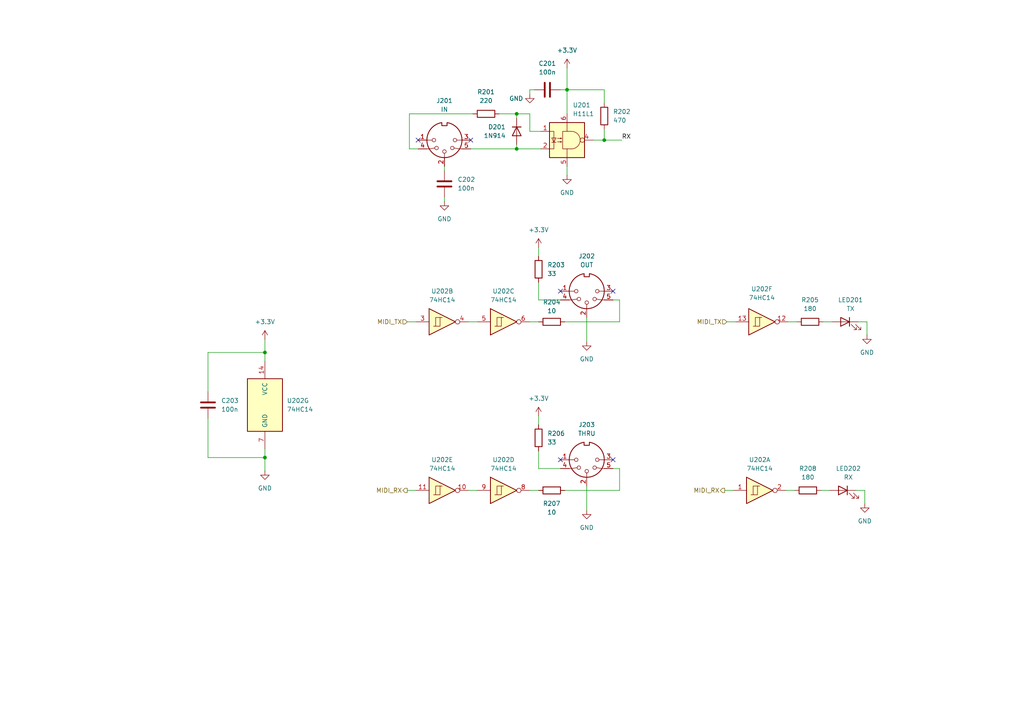
<source format=kicad_sch>
(kicad_sch (version 20211123) (generator eeschema)
  (paper "A4")
  (lib_symbols
    (symbol "74xx:74HC14" (pin_names (offset 1.016))
      (property "Reference" "U" (at 0 1.27 0))
      (property "Value" "74HC14" (at 0 -1.27 0))
      (symbol "74HC14_1_0"
        (polyline (pts (xy -3.81 3.81) (xy -3.81 -3.81) (xy 3.81 0) (xy -3.81 3.81)) (stroke (width 0.254)) (fill (type background)))
        (pin input line (at -7.62 0 0) (length 3.81) (name "~") (number "1"))
        (pin output inverted (at 7.62 0 180) (length 3.81) (name "~") (number "2"))
      )
      (symbol "74HC14_1_1"
        (polyline (pts (xy -1.905 -1.27) (xy -1.905 1.27) (xy -0.635 1.27)))
        (polyline (pts (xy -2.54 -1.27) (xy -0.635 -1.27) (xy -0.635 1.27) (xy 0 1.27)))
      )
      (symbol "74HC14_2_0"
        (polyline (pts (xy -3.81 3.81) (xy -3.81 -3.81) (xy 3.81 0) (xy -3.81 3.81)) (stroke (width 0.254)) (fill (type background)))
        (pin input line (at -7.62 0 0) (length 3.81) (name "~") (number "3"))
        (pin output inverted (at 7.62 0 180) (length 3.81) (name "~") (number "4"))
      )
      (symbol "74HC14_2_1"
        (polyline (pts (xy -1.905 -1.27) (xy -1.905 1.27) (xy -0.635 1.27)))
        (polyline (pts (xy -2.54 -1.27) (xy -0.635 -1.27) (xy -0.635 1.27) (xy 0 1.27)))
      )
      (symbol "74HC14_3_0"
        (polyline (pts (xy -3.81 3.81) (xy -3.81 -3.81) (xy 3.81 0) (xy -3.81 3.81)) (stroke (width 0.254)) (fill (type background)))
        (pin input line (at -7.62 0 0) (length 3.81) (name "~") (number "5"))
        (pin output inverted (at 7.62 0 180) (length 3.81) (name "~") (number "6"))
      )
      (symbol "74HC14_3_1"
        (polyline (pts (xy -1.905 -1.27) (xy -1.905 1.27) (xy -0.635 1.27)))
        (polyline (pts (xy -2.54 -1.27) (xy -0.635 -1.27) (xy -0.635 1.27) (xy 0 1.27)))
      )
      (symbol "74HC14_4_0"
        (polyline (pts (xy -3.81 3.81) (xy -3.81 -3.81) (xy 3.81 0) (xy -3.81 3.81)) (stroke (width 0.254)) (fill (type background)))
        (pin output inverted (at 7.62 0 180) (length 3.81) (name "~") (number "8"))
        (pin input line (at -7.62 0 0) (length 3.81) (name "~") (number "9"))
      )
      (symbol "74HC14_4_1"
        (polyline (pts (xy -1.905 -1.27) (xy -1.905 1.27) (xy -0.635 1.27)))
        (polyline (pts (xy -2.54 -1.27) (xy -0.635 -1.27) (xy -0.635 1.27) (xy 0 1.27)))
      )
      (symbol "74HC14_5_0"
        (polyline (pts (xy -3.81 3.81) (xy -3.81 -3.81) (xy 3.81 0) (xy -3.81 3.81)) (stroke (width 0.254)) (fill (type background)))
        (pin output inverted (at 7.62 0 180) (length 3.81) (name "~") (number "10"))
        (pin input line (at -7.62 0 0) (length 3.81) (name "~") (number "11"))
      )
      (symbol "74HC14_5_1"
        (polyline (pts (xy -1.905 -1.27) (xy -1.905 1.27) (xy -0.635 1.27)))
        (polyline (pts (xy -2.54 -1.27) (xy -0.635 -1.27) (xy -0.635 1.27) (xy 0 1.27)))
      )
      (symbol "74HC14_6_0"
        (polyline (pts (xy -3.81 3.81) (xy -3.81 -3.81) (xy 3.81 0) (xy -3.81 3.81)) (stroke (width 0.254)) (fill (type background)))
        (pin output inverted (at 7.62 0 180) (length 3.81) (name "~") (number "12"))
        (pin input line (at -7.62 0 0) (length 3.81) (name "~") (number "13"))
      )
      (symbol "74HC14_6_1"
        (polyline (pts (xy -1.905 -1.27) (xy -1.905 1.27) (xy -0.635 1.27)))
        (polyline (pts (xy -2.54 -1.27) (xy -0.635 -1.27) (xy -0.635 1.27) (xy 0 1.27)))
      )
      (symbol "74HC14_7_0"
        (pin power_in line (at 0 12.7 270) (length 5.08) (name "VCC") (number "14"))
        (pin power_in line (at 0 -12.7 90) (length 5.08) (name "GND") (number "7"))
      )
      (symbol "74HC14_7_1"
        (rectangle (start -5.08 7.62) (end 5.08 -7.62) (stroke (width 0.254)) (fill (type background)))
      )
    )
    (symbol "Connector:DIN-5_180degree" (pin_names (offset 1.016))
      (property "Reference" "J" (at 3.175 5.715 0))
      (property "Value" "DIN-5_180degree" (at 0 -6.35 0))
      (symbol "DIN-5_180degree_0_1"
        (arc (start -5.08 0) (mid -3.8609 -3.3364) (end -0.762 -5.08) (stroke (width 0.254)))
        (circle (center -3.048 0) (radius 0.508))
        (circle (center -2.286 2.286) (radius 0.508))
        (polyline (pts (xy -5.08 0) (xy -3.556 0)))
        (polyline (pts (xy 0 5.08) (xy 0 3.81)))
        (polyline (pts (xy 5.08 0) (xy 3.556 0)))
        (polyline (pts (xy -5.08 2.54) (xy -4.318 2.54) (xy -2.794 2.286)))
        (polyline (pts (xy 5.08 2.54) (xy 4.318 2.54) (xy 2.794 2.286)))
        (polyline (pts (xy -0.762 -4.953) (xy -0.762 -4.191) (xy 0.762 -4.191) (xy 0.762 -4.953)) (stroke (width 0.254)))
        (circle (center 0 3.302) (radius 0.508))
        (arc (start 0.762 -5.08) (mid 3.8685 -3.343) (end 5.08 0) (stroke (width 0.254)))
        (circle (center 2.286 2.286) (radius 0.508))
        (circle (center 3.048 0) (radius 0.508))
        (arc (start 5.08 0) (mid 0 5.08) (end -5.08 0) (stroke (width 0.254)))
      )
      (symbol "DIN-5_180degree_1_1"
        (pin passive line (at -7.62 0 0) (length 2.54) (name "~") (number "1"))
        (pin passive line (at 0 7.62 270) (length 2.54) (name "~") (number "2"))
        (pin passive line (at 7.62 0 180) (length 2.54) (name "~") (number "3"))
        (pin passive line (at -7.62 2.54 0) (length 2.54) (name "~") (number "4"))
        (pin passive line (at 7.62 2.54 180) (length 2.54) (name "~") (number "5"))
      )
    )
    (symbol "Device:C" (pin_numbers hide) (pin_names (offset 0.254))
      (property "Reference" "C" (at 0.635 2.54 0))
      (property "Value" "C" (at 0.635 -2.54 0))
      (symbol "C_0_1"
        (polyline (pts (xy -2.032 -0.762) (xy 2.032 -0.762)) (stroke (width 0.508)))
        (polyline (pts (xy -2.032 0.762) (xy 2.032 0.762)) (stroke (width 0.508)))
      )
      (symbol "C_1_1"
        (pin passive line (at 0 3.81 270) (length 2.794) (name "~") (number "1"))
        (pin passive line (at 0 -3.81 90) (length 2.794) (name "~") (number "2"))
      )
    )
    (symbol "Device:LED" (pin_numbers hide) (pin_names (offset 1.016) hide)
      (property "Reference" "D" (at 0 2.54 0))
      (property "Value" "LED" (at 0 -2.54 0))
      (symbol "LED_0_1"
        (polyline (pts (xy -1.27 -1.27) (xy -1.27 1.27)) (stroke (width 0.254)))
        (polyline (pts (xy -1.27 0) (xy 1.27 0)))
        (polyline (pts (xy 1.27 -1.27) (xy 1.27 1.27) (xy -1.27 0) (xy 1.27 -1.27)) (stroke (width 0.254)))
        (polyline (pts (xy -3.048 -0.762) (xy -4.572 -2.286) (xy -3.81 -2.286) (xy -4.572 -2.286) (xy -4.572 -1.524)))
        (polyline (pts (xy -1.778 -0.762) (xy -3.302 -2.286) (xy -2.54 -2.286) (xy -3.302 -2.286) (xy -3.302 -1.524)))
      )
      (symbol "LED_1_1"
        (pin passive line (at -3.81 0 0) (length 2.54) (name "K") (number "1"))
        (pin passive line (at 3.81 0 180) (length 2.54) (name "A") (number "2"))
      )
    )
    (symbol "Device:R" (pin_numbers hide) (pin_names (offset 0))
      (property "Reference" "R" (at 2.032 0 90))
      (property "Value" "R" (at 0 0 90))
      (symbol "R_0_1"
        (rectangle (start -1.016 -2.54) (end 1.016 2.54) (stroke (width 0.254)))
      )
      (symbol "R_1_1"
        (pin passive line (at 0 3.81 270) (length 1.27) (name "~") (number "1"))
        (pin passive line (at 0 -3.81 90) (length 1.27) (name "~") (number "2"))
      )
    )
    (symbol "Diode:1N914" (pin_numbers hide) (pin_names (offset 1.016) hide)
      (property "Reference" "D" (at 0 2.54 0))
      (property "Value" "1N914" (at 0 -2.54 0))
      (symbol "1N914_0_1"
        (polyline (pts (xy -1.27 1.27) (xy -1.27 -1.27)) (stroke (width 0.254)))
        (polyline (pts (xy 1.27 0) (xy -1.27 0)))
        (polyline (pts (xy 1.27 1.27) (xy 1.27 -1.27) (xy -1.27 0) (xy 1.27 1.27)) (stroke (width 0.254)))
      )
      (symbol "1N914_1_1"
        (pin passive line (at -3.81 0 0) (length 2.54) (name "K") (number "1"))
        (pin passive line (at 3.81 0 180) (length 2.54) (name "A") (number "2"))
      )
    )
    (symbol "Isolator:H11L1" (pin_names (offset 1.016))
      (property "Reference" "U" (at 1.27 8.89 0))
      (property "Value" "H11L1" (at 1.27 6.35 0))
      (symbol "H11L1_0_1"
        (rectangle (start -5.08 5.08) (end 5.08 -5.08) (stroke (width 0.254)) (fill (type background)))
        (polyline (pts (xy -4.445 -0.635) (xy -3.175 -0.635)))
        (polyline (pts (xy 0 2.54) (xy 0 5.08)))
        (polyline (pts (xy 0 -2.54) (xy 0 -5.08) (xy 0 -3.81)))
        (polyline (pts (xy -5.08 -2.54) (xy -3.81 -2.54) (xy -3.81 2.54) (xy -5.08 2.54)))
        (polyline (pts (xy -3.81 -0.635) (xy -4.445 0.635) (xy -3.175 0.635) (xy -3.81 -0.635)))
        (polyline (pts (xy 1.27 -2.54) (xy -1.27 -2.54) (xy -1.27 2.54) (xy 1.27 2.54)))
        (polyline (pts (xy -2.794 -0.508) (xy -1.524 -0.508) (xy -1.905 -0.635) (xy -1.905 -0.381) (xy -1.524 -0.508)))
        (polyline (pts (xy -2.794 0.508) (xy -1.524 0.508) (xy -1.905 0.381) (xy -1.905 0.635) (xy -1.524 0.508)))
        (arc (start 1.27 -2.54) (mid 3.81 0) (end 1.27 2.54))
      )
      (symbol "H11L1_1_1"
        (pin passive line (at -7.62 2.54 0) (length 2.54) (name "~") (number "1"))
        (pin passive line (at -7.62 -2.54 0) (length 2.54) (name "~") (number "2"))
        (pin no_connect line (at -5.08 0 0) (length 2.54) hide (name "~") (number "3"))
        (pin output inverted (at 7.62 0 180) (length 3.81) (name "~") (number "4"))
        (pin power_in line (at 0 -7.62 90) (length 2.54) (name "~") (number "5"))
        (pin power_in line (at 0 7.62 270) (length 2.54) (name "~") (number "6"))
      )
    )
    (symbol "power:+3.3V" (power) (pin_names (offset 0))
      (property "Value" "+3.3V" (at 0 3.556 0))
      (symbol "+3.3V_0_1"
        (polyline (pts (xy -0.762 1.27) (xy 0 2.54)))
        (polyline (pts (xy 0 0) (xy 0 2.54)))
        (polyline (pts (xy 0 2.54) (xy 0.762 1.27)))
      )
      (symbol "+3.3V_1_1"
        (pin power_in line (at 0 0 90) (length 0) hide (name "+3.3V") (number "1"))
      )
    )
    (symbol "power:GND" (power) (pin_names (offset 0))
      (property "Value" "GND" (at 0 -3.81 0))
      (symbol "GND_0_1"
        (polyline (pts (xy 0 0) (xy 0 -1.27) (xy 1.27 -1.27) (xy 0 -2.54) (xy -1.27 -1.27) (xy 0 -1.27)))
      )
      (symbol "GND_1_1"
        (pin power_in line (at 0 0 270) (length 0) hide (name "GND") (number "1"))
      )
    )
  )
  (junction (at 76.835 132.715))
  (junction (at 149.86 33.02))
  (junction (at 149.86 43.18))
  (junction (at 175.26 40.64))
  (junction (at 76.835 102.235))
  (junction (at 164.465 26.035))
  (no_connect (at 162.56 133.35))
  (no_connect (at 177.8 133.35))
  (no_connect (at 136.525 40.64))
  (no_connect (at 121.285 40.64))
  (no_connect (at 162.56 84.455))
  (no_connect (at 177.8 84.455))
  (wire (pts (xy 163.83 142.24) (xy 179.705 142.24)))
  (wire (pts (xy 179.705 142.24) (xy 179.705 135.89)))
  (wire (pts (xy 60.325 121.285) (xy 60.325 132.715)))
  (wire (pts (xy 76.835 102.235) (xy 76.835 104.775)))
  (wire (pts (xy 179.705 135.89) (xy 177.8 135.89)))
  (wire (pts (xy 212.725 142.24) (xy 210.185 142.24)))
  (wire (pts (xy 118.11 93.345) (xy 120.65 93.345)))
  (wire (pts (xy 156.21 71.755) (xy 156.21 74.295)))
  (wire (pts (xy 76.835 130.175) (xy 76.835 132.715)))
  (wire (pts (xy 135.89 142.24) (xy 138.43 142.24)))
  (wire (pts (xy 248.92 93.345) (xy 251.46 93.345)))
  (wire (pts (xy 153.67 26.035) (xy 154.94 26.035)))
  (wire (pts (xy 162.56 26.035) (xy 164.465 26.035)))
  (wire (pts (xy 164.465 26.035) (xy 164.465 33.02)))
  (wire (pts (xy 241.3 93.345) (xy 238.76 93.345)))
  (wire (pts (xy 76.835 98.425) (xy 76.835 102.235)))
  (wire (pts (xy 163.83 93.345) (xy 179.705 93.345)))
  (wire (pts (xy 230.505 142.24) (xy 227.965 142.24)))
  (wire (pts (xy 60.325 113.665) (xy 60.325 102.235)))
  (wire (pts (xy 156.845 38.1) (xy 153.67 38.1)))
  (wire (pts (xy 179.705 93.345) (xy 179.705 86.995)))
  (wire (pts (xy 248.285 142.24) (xy 250.825 142.24)))
  (wire (pts (xy 136.525 43.18) (xy 149.86 43.18)))
  (wire (pts (xy 118.11 142.24) (xy 120.65 142.24)))
  (wire (pts (xy 213.36 93.345) (xy 210.82 93.345)))
  (wire (pts (xy 175.26 40.64) (xy 172.085 40.64)))
  (wire (pts (xy 156.21 86.995) (xy 162.56 86.995)))
  (wire (pts (xy 60.325 132.715) (xy 76.835 132.715)))
  (wire (pts (xy 149.86 43.18) (xy 156.845 43.18)))
  (wire (pts (xy 156.21 120.65) (xy 156.21 123.19)))
  (wire (pts (xy 153.67 27.305) (xy 153.67 26.035)))
  (wire (pts (xy 153.67 142.24) (xy 156.21 142.24)))
  (wire (pts (xy 156.21 130.81) (xy 156.21 135.89)))
  (wire (pts (xy 251.46 93.345) (xy 251.46 97.155)))
  (wire (pts (xy 156.21 81.915) (xy 156.21 86.995)))
  (wire (pts (xy 231.14 93.345) (xy 228.6 93.345)))
  (wire (pts (xy 118.745 33.02) (xy 118.745 43.18)))
  (wire (pts (xy 170.18 92.075) (xy 170.18 99.06)))
  (wire (pts (xy 76.835 132.715) (xy 76.835 136.525)))
  (wire (pts (xy 175.26 26.035) (xy 164.465 26.035)))
  (wire (pts (xy 175.26 29.845) (xy 175.26 26.035)))
  (wire (pts (xy 60.325 102.235) (xy 76.835 102.235)))
  (wire (pts (xy 175.26 37.465) (xy 175.26 40.64)))
  (wire (pts (xy 149.86 33.02) (xy 144.78 33.02)))
  (wire (pts (xy 118.745 33.02) (xy 137.16 33.02)))
  (wire (pts (xy 128.905 48.26) (xy 128.905 49.53)))
  (wire (pts (xy 128.905 57.15) (xy 128.905 58.42)))
  (wire (pts (xy 238.125 142.24) (xy 240.665 142.24)))
  (wire (pts (xy 156.21 135.89) (xy 162.56 135.89)))
  (wire (pts (xy 153.67 38.1) (xy 153.67 33.02)))
  (wire (pts (xy 153.67 93.345) (xy 156.21 93.345)))
  (wire (pts (xy 164.465 19.685) (xy 164.465 26.035)))
  (wire (pts (xy 179.705 86.995) (xy 177.8 86.995)))
  (wire (pts (xy 149.86 41.91) (xy 149.86 43.18)))
  (wire (pts (xy 164.465 48.26) (xy 164.465 50.8)))
  (wire (pts (xy 135.89 93.345) (xy 138.43 93.345)))
  (wire (pts (xy 149.86 33.02) (xy 149.86 34.29)))
  (wire (pts (xy 149.86 33.02) (xy 153.67 33.02)))
  (wire (pts (xy 175.26 40.64) (xy 180.34 40.64)))
  (wire (pts (xy 250.825 142.24) (xy 250.825 146.05)))
  (wire (pts (xy 170.18 140.97) (xy 170.18 147.955)))
  (wire (pts (xy 118.745 43.18) (xy 121.285 43.18)))
  (label "RX" (at 180.34 40.64 0))
  (hierarchical_label "MIDI_TX" (shape input) (at 118.11 93.345 180))
  (hierarchical_label "MIDI_TX" (shape input) (at 210.82 93.345 180))
  (hierarchical_label "MIDI_RX" (shape output) (at 210.185 142.24 180))
  (hierarchical_label "MIDI_RX" (shape output) (at 118.11 142.24 180))
  (symbol (lib_id "74xx:74HC14") (at 220.345 142.24 0) (unit 1)
    (property "Reference" "U202" (at 220.345 133.35 0))
    (property "Value" "74HC14" (at 220.345 135.89 0))
    (property "Footprint" "Package_DIP:DIP-14_W7.62mm_Socket" (effects hide))
    (property "Datasheet" "http://www.ti.com/lit/gpn/sn74HC14" (effects hide))
  )
  (symbol (lib_id "Device:R") (at 175.26 33.655 0) (mirror y) (unit 1)
    (property "Reference" "R202" (at 177.8 32.3849 0) (effects (justify right)))
    (property "Value" "470" (at 177.8 34.9249 0) (effects (justify right)))
    (property "Footprint" "Resistor_THT:R_Axial_DIN0207_L6.3mm_D2.5mm_P10.16mm_Horizontal" (effects hide))
  )
  (symbol (lib_id "Device:C") (at 158.75 26.035 90) (mirror x) (unit 1)
    (property "Reference" "C201" (at 158.75 18.415 90))
    (property "Value" "100n" (at 158.75 20.955 90))
    (property "Footprint" "Capacitor_THT:C_Disc_D3.8mm_W2.6mm_P2.50mm" (effects hide))
  )
  (symbol (lib_id "74xx:74HC14") (at 128.27 142.24 0) (unit 5)
    (property "Reference" "U202" (at 128.27 133.35 0))
    (property "Value" "74HC14" (at 128.27 135.89 0))
    (property "Footprint" "Package_DIP:DIP-14_W7.62mm_Socket" (effects hide))
    (property "Datasheet" "http://www.ti.com/lit/gpn/sn74HC14" (effects hide))
  )
  (symbol (lib_id "Device:LED") (at 245.11 93.345 0) (mirror y) (unit 1)
    (property "Reference" "LED201" (at 246.6975 86.995 0))
    (property "Value" "TX" (at 246.6975 89.535 0))
    (property "Footprint" "LED_THT:LED_D3.0mm" (effects hide))
  )
  (symbol (lib_id "74xx:74HC14") (at 220.98 93.345 0) (unit 6)
    (property "Reference" "U202" (at 220.98 83.82 0))
    (property "Value" "74HC14" (at 220.98 86.36 0))
    (property "Footprint" "Package_DIP:DIP-14_W7.62mm_Socket" (effects hide))
    (property "Datasheet" "http://www.ti.com/lit/gpn/sn74HC14" (effects hide))
  )
  (symbol (lib_id "74xx:74HC14") (at 146.05 142.24 0) (unit 4)
    (property "Reference" "U202" (at 146.05 133.35 0))
    (property "Value" "74HC14" (at 146.05 135.89 0))
    (property "Footprint" "Package_DIP:DIP-14_W7.62mm_Socket" (effects hide))
    (property "Datasheet" "http://www.ti.com/lit/gpn/sn74HC14" (effects hide))
  )
  (symbol (lib_id "Connector:DIN-5_180degree") (at 170.18 133.35 0) (mirror x) (unit 1)
    (property "Reference" "J203" (at 170.1801 123.19 0))
    (property "Value" "THRU" (at 170.1801 125.73 0))
    (property "Footprint" "Personal:MIDI_DIN5" (effects hide))
    (property "Datasheet" "http://www.mouser.com/ds/2/18/40_c091_abd_e-75918.pdf" (effects hide))
  )
  (symbol (lib_id "Device:LED") (at 244.475 142.24 0) (mirror y) (unit 1)
    (property "Reference" "LED202" (at 246.0625 135.89 0))
    (property "Value" "RX" (at 246.0625 138.43 0))
    (property "Footprint" "LED_THT:LED_D3.0mm" (effects hide))
  )
  (symbol (lib_id "power:GND") (at 251.46 97.155 0) (mirror y) (unit 1)
    (property "Reference" "#PWR0206" (effects hide))
    (property "Value" "GND" (at 251.46 102.235 0))
  )
  (symbol (lib_id "power:GND") (at 170.18 147.955 0) (mirror y) (unit 1)
    (property "Reference" "#PWR0212" (effects hide))
    (property "Value" "GND" (at 170.18 153.035 0))
  )
  (symbol (lib_id "Device:C") (at 60.325 117.475 0) (unit 1)
    (property "Reference" "C203" (at 64.135 116.2049 0) (effects (justify left)))
    (property "Value" "100n" (at 64.135 118.7449 0) (effects (justify left)))
    (property "Footprint" "Capacitor_THT:C_Disc_D3.8mm_W2.6mm_P2.50mm" (effects hide))
  )
  (symbol (lib_id "power:+3.3V") (at 156.21 71.755 0) (mirror y) (unit 1)
    (property "Reference" "#PWR0205" (effects hide))
    (property "Value" "+3.3V" (at 156.21 66.675 0))
  )
  (symbol (lib_id "74xx:74HC14") (at 128.27 93.345 0) (unit 2)
    (property "Reference" "U202" (at 128.27 84.455 0))
    (property "Value" "74HC14" (at 128.27 86.995 0))
    (property "Footprint" "Package_DIP:DIP-14_W7.62mm_Socket" (effects hide))
    (property "Datasheet" "http://www.ti.com/lit/gpn/sn74HC14" (effects hide))
  )
  (symbol (lib_id "power:+3.3V") (at 164.465 19.685 0) (mirror y) (unit 1)
    (property "Reference" "#PWR0201" (effects hide))
    (property "Value" "+3.3V" (at 164.465 14.605 0))
  )
  (symbol (lib_id "Device:C") (at 128.905 53.34 0) (mirror y) (unit 1)
    (property "Reference" "C202" (at 132.715 52.0699 0) (effects (justify right)))
    (property "Value" "100n" (at 132.715 54.6099 0) (effects (justify right)))
    (property "Footprint" "Capacitor_THT:C_Disc_D3.8mm_W2.6mm_P2.50mm" (effects hide))
  )
  (symbol (lib_id "Device:R") (at 160.02 93.345 90) (unit 1)
    (property "Reference" "R204" (at 160.02 87.63 90))
    (property "Value" "10" (at 160.02 90.17 90))
    (property "Footprint" "Resistor_THT:R_Axial_DIN0207_L6.3mm_D2.5mm_P10.16mm_Horizontal" (effects hide))
  )
  (symbol (lib_id "Device:R") (at 234.95 93.345 270) (mirror x) (unit 1)
    (property "Reference" "R205" (at 234.95 86.995 90))
    (property "Value" "180" (at 234.95 89.535 90))
    (property "Footprint" "Resistor_THT:R_Axial_DIN0207_L6.3mm_D2.5mm_P10.16mm_Horizontal" (effects hide))
  )
  (symbol (lib_id "Diode:1N914") (at 149.86 38.1 270) (unit 1)
    (property "Reference" "D201" (at 146.685 36.8299 90) (effects (justify right)))
    (property "Value" "1N914" (at 146.685 39.3699 90) (effects (justify right)))
    (property "Footprint" "Diode_THT:D_DO-35_SOD27_P7.62mm_Horizontal" (effects hide))
    (property "Datasheet" "http://www.vishay.com/docs/85622/1n914.pdf" (effects hide))
  )
  (symbol (lib_id "power:GND") (at 164.465 50.8 0) (mirror y) (unit 1)
    (property "Reference" "#PWR0203" (effects hide))
    (property "Value" "GND" (at 164.465 55.88 0))
  )
  (symbol (lib_id "74xx:74HC14") (at 76.835 117.475 0) (unit 7)
    (property "Reference" "U202" (at 83.185 116.2049 0) (effects (justify left)))
    (property "Value" "74HC14" (at 83.185 118.7449 0) (effects (justify left)))
    (property "Footprint" "Package_DIP:DIP-14_W7.62mm_Socket" (effects hide))
    (property "Datasheet" "http://www.ti.com/lit/gpn/sn74HC14" (effects hide))
  )
  (symbol (lib_id "power:GND") (at 76.835 136.525 0) (unit 1)
    (property "Reference" "#PWR0210" (effects hide))
    (property "Value" "GND" (at 76.835 141.605 0))
  )
  (symbol (lib_id "Device:R") (at 140.97 33.02 270) (mirror x) (unit 1)
    (property "Reference" "R201" (at 140.97 26.67 90))
    (property "Value" "220" (at 140.97 29.21 90))
    (property "Footprint" "Resistor_THT:R_Axial_DIN0207_L6.3mm_D2.5mm_P10.16mm_Horizontal" (effects hide))
  )
  (symbol (lib_id "power:+3.3V") (at 76.835 98.425 0) (unit 1)
    (property "Reference" "#PWR0207" (effects hide))
    (property "Value" "+3.3V" (at 76.835 93.345 0))
  )
  (symbol (lib_id "Connector:DIN-5_180degree") (at 170.18 84.455 0) (mirror x) (unit 1)
    (property "Reference" "J202" (at 170.1801 74.295 0))
    (property "Value" "OUT" (at 170.1801 76.835 0))
    (property "Footprint" "Personal:MIDI_DIN5" (effects hide))
    (property "Datasheet" "http://www.mouser.com/ds/2/18/40_c091_abd_e-75918.pdf" (effects hide))
  )
  (symbol (lib_id "74xx:74HC14") (at 146.05 93.345 0) (unit 3)
    (property "Reference" "U202" (at 146.05 84.455 0))
    (property "Value" "74HC14" (at 146.05 86.995 0))
    (property "Footprint" "Package_DIP:DIP-14_W7.62mm_Socket" (effects hide))
    (property "Datasheet" "http://www.ti.com/lit/gpn/sn74HC14" (effects hide))
  )
  (symbol (lib_id "Device:R") (at 234.315 142.24 270) (mirror x) (unit 1)
    (property "Reference" "R208" (at 234.315 135.89 90))
    (property "Value" "180" (at 234.315 138.43 90))
    (property "Footprint" "Resistor_THT:R_Axial_DIN0207_L6.3mm_D2.5mm_P10.16mm_Horizontal" (effects hide))
  )
  (symbol (lib_id "power:GND") (at 250.825 146.05 0) (mirror y) (unit 1)
    (property "Reference" "#PWR0211" (effects hide))
    (property "Value" "GND" (at 250.825 151.13 0))
  )
  (symbol (lib_id "power:+3.3V") (at 156.21 120.65 0) (mirror y) (unit 1)
    (property "Reference" "#PWR0209" (effects hide))
    (property "Value" "+3.3V" (at 156.21 115.57 0))
  )
  (symbol (lib_id "power:GND") (at 128.905 58.42 0) (mirror y) (unit 1)
    (property "Reference" "#PWR0204" (effects hide))
    (property "Value" "GND" (at 128.905 63.5 0))
  )
  (symbol (lib_id "Device:R") (at 156.21 78.105 0) (mirror y) (unit 1)
    (property "Reference" "R203" (at 158.75 76.8349 0) (effects (justify right)))
    (property "Value" "33" (at 158.75 79.3749 0) (effects (justify right)))
    (property "Footprint" "Resistor_THT:R_Axial_DIN0207_L6.3mm_D2.5mm_P10.16mm_Horizontal" (effects hide))
  )
  (symbol (lib_id "Device:R") (at 156.21 127 0) (mirror y) (unit 1)
    (property "Reference" "R206" (at 158.75 125.7299 0) (effects (justify right)))
    (property "Value" "33" (at 158.75 128.2699 0) (effects (justify right)))
    (property "Footprint" "Resistor_THT:R_Axial_DIN0207_L6.3mm_D2.5mm_P10.16mm_Horizontal" (effects hide))
  )
  (symbol (lib_id "power:GND") (at 153.67 27.305 0) (mirror y) (unit 1)
    (property "Reference" "#PWR0202" (effects hide))
    (property "Value" "GND" (at 151.765 28.5749 0) (effects (justify left)))
  )
  (symbol (lib_id "Connector:DIN-5_180degree") (at 128.905 40.64 0) (mirror x) (unit 1)
    (property "Reference" "J201" (at 128.9051 29.21 0))
    (property "Value" "IN" (at 128.9051 31.75 0))
    (property "Footprint" "Personal:MIDI_DIN5" (effects hide))
    (property "Datasheet" "http://www.mouser.com/ds/2/18/40_c091_abd_e-75918.pdf" (effects hide))
  )
  (symbol (lib_id "Device:R") (at 160.02 142.24 90) (unit 1)
    (property "Reference" "R207" (at 160.02 146.05 90))
    (property "Value" "10" (at 160.02 148.59 90))
    (property "Footprint" "Resistor_THT:R_Axial_DIN0207_L6.3mm_D2.5mm_P10.16mm_Horizontal" (effects hide))
  )
  (symbol (lib_id "Isolator:H11L1") (at 164.465 40.64 0) (unit 1)
    (property "Reference" "U201" (at 166.1161 30.48 0) (effects (justify left)))
    (property "Value" "H11L1" (at 166.1161 33.02 0) (effects (justify left)))
    (property "Footprint" "Package_DIP:DIP-6_W7.62mm_Socket" (effects hide))
    (property "Datasheet" "https://www.onsemi.com/pub/Collateral/H11L3M-D.PDF" (effects hide))
  )
  (symbol (lib_id "power:GND") (at 170.18 99.06 0) (mirror y) (unit 1)
    (property "Reference" "#PWR0208" (effects hide))
    (property "Value" "GND" (at 170.18 104.14 0))
  )
)
</source>
